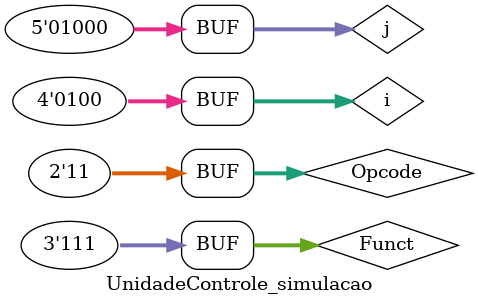
<source format=v>
module UnidadeControle_simulacao;
  reg [1:0] Opcode;
  reg [2:0] Funct;
  wire PCWrite, RegOrg1, RegOrg2, RegDst, RegWrite, ALUSrc1, Cond, Jump, MenWrite, MenRead, MenToReg;
  wire [1:0] ALUSrc2, ALUOp, JumpValue;

  reg [3:0] i;
  reg [4:0] j;

  initial begin
    $monitor("Time=%0d Opcode=%b Funct=%b PCWrite=%b RegOrg1=%b RegOrg2=%b RegDst=%b RegWrite=%b ALUSrc1=%b ALUSrc2=%b ALUOp=%b JumpValue=%b Cond=%b Jump=%b MenWrite=%b MenRead=%b MenToReg=%b",
      $time, Opcode, Funct, PCWrite, RegOrg1, RegOrg2, RegDst, RegWrite, ALUSrc1, ALUSrc2, ALUOp, JumpValue, Cond, Jump, MenWrite, MenRead, MenToReg);
    
  end

  always begin
    for(i = 0; i < 4; i = i + 1) begin
        Opcode = i;
        for(j = 0; j < 8; j = j + 1) begin
            Funct = j;
            #1 ;
        end
    end
  end

  UnidadeControle UnidadeControle1 (Opcode, Funct, PCWrite, RegOrg1, RegOrg2, RegDst, RegWrite, ALUSrc1, ALUSrc2, ALUOp, JumpValue, Cond, Jump, MenWrite, MenRead, MenToReg);
  
endmodule

</source>
